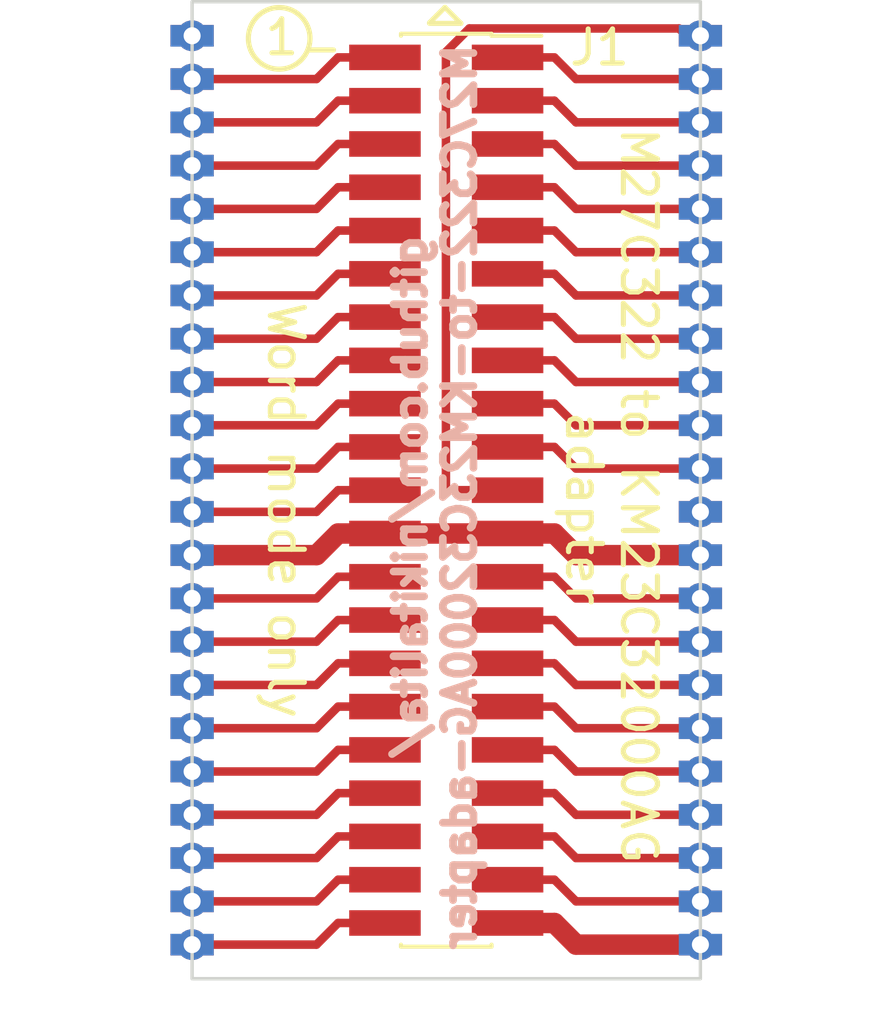
<source format=kicad_pcb>
(kicad_pcb (version 20211014) (generator pcbnew)
  (layers (0 "F.Cu" signal) (31 "B.Cu" signal) (34 "B.Paste" user) (35 "F.Paste" user) (36 "B.SilkS" user "B.Silkscreen") (37 "F.SilkS" user "F.Silkscreen") (38 "B.Mask" user) (39 "F.Mask" user) (44 "Edge.Cuts" user))
  (net 0 "")
  (net 1 "/A18")
  (net 2 "/A17")
  (net 3 "/A7")
  (net 4 "/A6")
  (net 5 "/A5")
  (net 6 "/A4")
  (net 7 "/A3")
  (net 8 "/A2")
  (net 9 "/A1")
  (net 10 "/A0")
  (net 11 "/~{CE}")
  (net 12 "/VSS")
  (net 13 "/~{OE}")
  (net 14 "/D0")
  (net 15 "/D8")
  (net 16 "/D1")
  (net 17 "/D9")
  (net 18 "/D2")
  (net 19 "/D10")
  (net 20 "/D3")
  (net 21 "/D11")
  (net 22 "/VCC")
  (net 23 "/D4")
  (net 24 "/D12")
  (net 25 "/D5")
  (net 26 "/D13")
  (net 27 "/D6")
  (net 28 "/D14")
  (net 29 "/D7")
  (net 30 "/D15")
  (net 31 "/A20")
  (net 32 "/A16")
  (net 33 "/A15")
  (net 34 "/A14")
  (net 35 "/A13")
  (net 36 "/A12")
  (net 37 "/A11")
  (net 38 "/A10")
  (net 39 "/A9")
  (net 40 "/A8")
  (net 41 "/A19")
  (footprint "lib:SOIC-44-castellatedholes" (layer "F.Cu") (at 148.82 81.67)
    (fp_text reference "U1" hide)
    (fp_text value "KM23C32000AG-adaptor")
    (pad "1" thru_hole custom (at -7.461 -13.335 180) (size 0.9064 0.9064) (drill 0.5) (property pad_prop_castellated) (layers *.Cu *.Mask) (options (clearance outline) (anchor circle)) (primitives (gr_poly (pts (xy -0.635 -0.3175) (xy -0.635 0.3175) (xy 0.635 0.3175) (xy 0.635 -0.3175)) (width 0) (fill yes))))
    (pad "2" thru_hole custom (at -7.461 -12.065 180) (size 0.9064 0.9064) (drill 0.5) (property pad_prop_castellated) (layers *.Cu *.Mask) (net 1 "/A18") (options (clearance outline) (anchor circle)) (primitives (gr_poly (pts (xy -0.635 -0.3175) (xy -0.635 0.3175) (xy 0.635 0.3175) (xy 0.635 -0.3175)) (width 0) (fill yes))))
    (pad "3" thru_hole custom (at -7.461 -10.795 180) (size 0.9064 0.9064) (drill 0.5) (property pad_prop_castellated) (layers *.Cu *.Mask) (net 2 "/A17") (options (clearance outline) (anchor circle)) (primitives (gr_poly (pts (xy -0.635 -0.3175) (xy -0.635 0.3175) (xy 0.635 0.3175) (xy 0.635 -0.3175)) (width 0) (fill yes))))
    (pad "4" thru_hole custom (at -7.461 -9.525 180) (size 0.9064 0.9064) (drill 0.5) (property pad_prop_castellated) (layers *.Cu *.Mask) (net 3 "/A7") (options (clearance outline) (anchor circle)) (primitives (gr_poly (pts (xy -0.635 -0.3175) (xy -0.635 0.3175) (xy 0.635 0.3175) (xy 0.635 -0.3175)) (width 0) (fill yes))))
    (pad "5" thru_hole custom (at -7.461 -8.255 180) (size 0.9064 0.9064) (drill 0.5) (property pad_prop_castellated) (layers *.Cu *.Mask) (net 4 "/A6") (options (clearance outline) (anchor circle)) (primitives (gr_poly (pts (xy -0.635 -0.3175) (xy -0.635 0.3175) (xy 0.635 0.3175) (xy 0.635 -0.3175)) (width 0) (fill yes))))
    (pad "6" thru_hole custom (at -7.461 -6.985 180) (size 0.9064 0.9064) (drill 0.5) (property pad_prop_castellated) (layers *.Cu *.Mask) (net 5 "/A5") (options (clearance outline) (anchor circle)) (primitives (gr_poly (pts (xy -0.635 -0.3175) (xy -0.635 0.3175) (xy 0.635 0.3175) (xy 0.635 -0.3175)) (width 0) (fill yes))))
    (pad "7" thru_hole custom (at -7.461 -5.715 180) (size 0.9064 0.9064) (drill 0.5) (property pad_prop_castellated) (layers *.Cu *.Mask) (net 6 "/A4") (options (clearance outline) (anchor circle)) (primitives (gr_poly (pts (xy -0.635 -0.3175) (xy -0.635 0.3175) (xy 0.635 0.3175) (xy 0.635 -0.3175)) (width 0) (fill yes))))
    (pad "8" thru_hole custom (at -7.461 -4.445 180) (size 0.9064 0.9064) (drill 0.5) (property pad_prop_castellated) (layers *.Cu *.Mask) (net 7 "/A3") (options (clearance outline) (anchor circle)) (primitives (gr_poly (pts (xy -0.635 -0.3175) (xy -0.635 0.3175) (xy 0.635 0.3175) (xy 0.635 -0.3175)) (width 0) (fill yes))))
    (pad "9" thru_hole custom (at -7.461 -3.175 180) (size 0.9064 0.9064) (drill 0.5) (property pad_prop_castellated) (layers *.Cu *.Mask) (net 8 "/A2") (options (clearance outline) (anchor circle)) (primitives (gr_poly (pts (xy -0.635 -0.3175) (xy -0.635 0.3175) (xy 0.635 0.3175) (xy 0.635 -0.3175)) (width 0) (fill yes))))
    (pad "10" thru_hole custom (at -7.461 -1.905 180) (size 0.9064 0.9064) (drill 0.5) (property pad_prop_castellated) (layers *.Cu *.Mask) (net 9 "/A1") (options (clearance outline) (anchor circle)) (primitives (gr_poly (pts (xy -0.635 -0.3175) (xy -0.635 0.3175) (xy 0.635 0.3175) (xy 0.635 -0.3175)) (width 0) (fill yes))))
    (pad "11" thru_hole custom (at -7.461 -0.635 180) (size 0.9064 0.9064) (drill 0.5) (property pad_prop_castellated) (layers *.Cu *.Mask) (net 10 "/A0") (options (clearance outline) (anchor circle)) (primitives (gr_poly (pts (xy -0.635 -0.3175) (xy -0.635 0.3175) (xy 0.635 0.3175) (xy 0.635 -0.3175)) (width 0) (fill yes))))
    (pad "12" thru_hole custom (at -7.461 0.635 180) (size 0.9064 0.9064) (drill 0.5) (property pad_prop_castellated) (layers *.Cu *.Mask) (net 11 "/~{CE}") (options (clearance outline) (anchor circle)) (primitives (gr_poly (pts (xy -0.635 -0.3175) (xy -0.635 0.3175) (xy 0.635 0.3175) (xy 0.635 -0.3175)) (width 0) (fill yes))))
    (pad "13" thru_hole custom (at -7.461 1.905 180) (size 0.9064 0.9064) (drill 0.5) (property pad_prop_castellated) (layers *.Cu *.Mask) (net 12 "/VSS") (options (clearance outline) (anchor circle)) (primitives (gr_poly (pts (xy -0.635 -0.3175) (xy -0.635 0.3175) (xy 0.635 0.3175) (xy 0.635 -0.3175)) (width 0) (fill yes))))
    (pad "14" thru_hole custom (at -7.461 3.175 180) (size 0.9064 0.9064) (drill 0.5) (property pad_prop_castellated) (layers *.Cu *.Mask) (net 13 "/~{OE}") (options (clearance outline) (anchor circle)) (primitives (gr_poly (pts (xy -0.635 -0.3175) (xy -0.635 0.3175) (xy 0.635 0.3175) (xy 0.635 -0.3175)) (width 0) (fill yes))))
    (pad "15" thru_hole custom (at -7.461 4.445 180) (size 0.9064 0.9064) (drill 0.5) (property pad_prop_castellated) (layers *.Cu *.Mask) (net 14 "/D0") (options (clearance outline) (anchor circle)) (primitives (gr_poly (pts (xy -0.635 -0.3175) (xy -0.635 0.3175) (xy 0.635 0.3175) (xy 0.635 -0.3175)) (width 0) (fill yes))))
    (pad "16" thru_hole custom (at -7.461 5.715 180) (size 0.9064 0.9064) (drill 0.5) (property pad_prop_castellated) (layers *.Cu *.Mask) (net 15 "/D8") (options (clearance outline) (anchor circle)) (primitives (gr_poly (pts (xy -0.635 -0.3175) (xy -0.635 0.3175) (xy 0.635 0.3175) (xy 0.635 -0.3175)) (width 0) (fill yes))))
    (pad "17" thru_hole custom (at -7.461 6.985 180) (size 0.9064 0.9064) (drill 0.5) (property pad_prop_castellated) (layers *.Cu *.Mask) (net 16 "/D1") (options (clearance outline) (anchor circle)) (primitives (gr_poly (pts (xy -0.635 -0.3175) (xy -0.635 0.3175) (xy 0.635 0.3175) (xy 0.635 -0.3175)) (width 0) (fill yes))))
    (pad "18" thru_hole custom (at -7.461 8.255 180) (size 0.9064 0.9064) (drill 0.5) (property pad_prop_castellated) (layers *.Cu *.Mask) (net 17 "/D9") (options (clearance outline) (anchor circle)) (primitives (gr_poly (pts (xy -0.635 -0.3175) (xy -0.635 0.3175) (xy 0.635 0.3175) (xy 0.635 -0.3175)) (width 0) (fill yes))))
    (pad "19" thru_hole custom (at -7.461 9.525 180) (size 0.9064 0.9064) (drill 0.5) (property pad_prop_castellated) (layers *.Cu *.Mask) (net 18 "/D2") (options (clearance outline) (anchor circle)) (primitives (gr_poly (pts (xy -0.635 -0.3175) (xy -0.635 0.3175) (xy 0.635 0.3175) (xy 0.635 -0.3175)) (width 0) (fill yes))))
    (pad "20" thru_hole custom (at -7.461 10.795 180) (size 0.9064 0.9064) (drill 0.5) (property pad_prop_castellated) (layers *.Cu *.Mask) (net 19 "/D10") (options (clearance outline) (anchor circle)) (primitives (gr_poly (pts (xy -0.635 -0.3175) (xy -0.635 0.3175) (xy 0.635 0.3175) (xy 0.635 -0.3175)) (width 0) (fill yes))))
    (pad "21" thru_hole custom (at -7.461 12.065 180) (size 0.9064 0.9064) (drill 0.5) (property pad_prop_castellated) (layers *.Cu *.Mask) (net 20 "/D3") (options (clearance outline) (anchor circle)) (primitives (gr_poly (pts (xy -0.635 -0.3175) (xy -0.635 0.3175) (xy 0.635 0.3175) (xy 0.635 -0.3175)) (width 0) (fill yes))))
    (pad "22" thru_hole custom (at -7.461 13.335 180) (size 0.9064 0.9064) (drill 0.5) (property pad_prop_castellated) (layers *.Cu *.Mask) (net 21 "/D11") (options (clearance outline) (anchor circle)) (primitives (gr_poly (pts (xy -0.635 -0.3175) (xy -0.635 0.3175) (xy 0.635 0.3175) (xy 0.635 -0.3175)) (width 0) (fill yes))))
    (pad "23" thru_hole custom (at 7.4615 13.335 180) (size 0.9064 0.9064) (drill 0.5) (property pad_prop_castellated) (layers *.Cu *.Mask) (net 22 "/VCC") (options (clearance outline) (anchor circle)) (primitives (gr_poly (pts (xy -0.635 -0.3175) (xy -0.635 0.3175) (xy 0.635 0.3175) (xy 0.635 -0.3175)) (width 0) (fill yes))))
    (pad "24" thru_hole custom (at 7.4615 12.065 180) (size 0.9064 0.9064) (drill 0.5) (property pad_prop_castellated) (layers *.Cu *.Mask) (net 23 "/D4") (options (clearance outline) (anchor circle)) (primitives (gr_poly (pts (xy -0.635 -0.3175) (xy -0.635 0.3175) (xy 0.635 0.3175) (xy 0.635 -0.3175)) (width 0) (fill yes))))
    (pad "25" thru_hole custom (at 7.4615 10.795 180) (size 0.9064 0.9064) (drill 0.5) (property pad_prop_castellated) (layers *.Cu *.Mask) (net 24 "/D12") (options (clearance outline) (anchor circle)) (primitives (gr_poly (pts (xy -0.635 -0.3175) (xy -0.635 0.3175) (xy 0.635 0.3175) (xy 0.635 -0.3175)) (width 0) (fill yes))))
    (pad "26" thru_hole custom (at 7.4615 9.525 180) (size 0.9064 0.9064) (drill 0.5) (property pad_prop_castellated) (layers *.Cu *.Mask) (net 25 "/D5") (options (clearance outline) (anchor circle)) (primitives (gr_poly (pts (xy -0.635 -0.3175) (xy -0.635 0.3175) (xy 0.635 0.3175) (xy 0.635 -0.3175)) (width 0) (fill yes))))
    (pad "27" thru_hole custom (at 7.4615 8.255 180) (size 0.9064 0.9064) (drill 0.5) (property pad_prop_castellated) (layers *.Cu *.Mask) (net 26 "/D13") (options (clearance outline) (anchor circle)) (primitives (gr_poly (pts (xy -0.635 -0.3175) (xy -0.635 0.3175) (xy 0.635 0.3175) (xy 0.635 -0.3175)) (width 0) (fill yes))))
    (pad "28" thru_hole custom (at 7.4615 6.985 180) (size 0.9064 0.9064) (drill 0.5) (property pad_prop_castellated) (layers *.Cu *.Mask) (net 27 "/D6") (options (clearance outline) (anchor circle)) (primitives (gr_poly (pts (xy -0.635 -0.3175) (xy -0.635 0.3175) (xy 0.635 0.3175) (xy 0.635 -0.3175)) (width 0) (fill yes))))
    (pad "29" thru_hole custom (at 7.4615 5.715 180) (size 0.9064 0.9064) (drill 0.5) (property pad_prop_castellated) (layers *.Cu *.Mask) (net 28 "/D14") (options (clearance outline) (anchor circle)) (primitives (gr_poly (pts (xy -0.635 -0.3175) (xy -0.635 0.3175) (xy 0.635 0.3175) (xy 0.635 -0.3175)) (width 0) (fill yes))))
    (pad "30" thru_hole custom (at 7.4615 4.445 180) (size 0.9064 0.9064) (drill 0.5) (property pad_prop_castellated) (layers *.Cu *.Mask) (net 29 "/D7") (options (clearance outline) (anchor circle)) (primitives (gr_poly (pts (xy -0.635 -0.3175) (xy -0.635 0.3175) (xy 0.635 0.3175) (xy 0.635 -0.3175)) (width 0) (fill yes))))
    (pad "31" thru_hole custom (at 7.4615 3.175 180) (size 0.9064 0.9064) (drill 0.5) (property pad_prop_castellated) (layers *.Cu *.Mask) (net 30 "/D15") (options (clearance outline) (anchor circle)) (primitives (gr_poly (pts (xy -0.635 -0.3175) (xy -0.635 0.3175) (xy 0.635 0.3175) (xy 0.635 -0.3175)) (width 0) (fill yes))))
    (pad "32" thru_hole custom (at 7.4615 1.905 180) (size 0.9064 0.9064) (drill 0.5) (property pad_prop_castellated) (layers *.Cu *.Mask) (net 12 "/VSS") (options (clearance outline) (anchor circle)) (primitives (gr_poly (pts (xy -0.635 -0.3175) (xy -0.635 0.3175) (xy 0.635 0.3175) (xy 0.635 -0.3175)) (width 0) (fill yes))))
    (pad "33" thru_hole custom (at 7.4615 0.635 180) (size 0.9064 0.9064) (drill 0.5) (property pad_prop_castellated) (layers *.Cu *.Mask) (options (clearance outline) (anchor circle)) (primitives (gr_poly (pts (xy -0.635 -0.3175) (xy -0.635 0.3175) (xy 0.635 0.3175) (xy 0.635 -0.3175)) (width 0) (fill yes))))
    (pad "34" thru_hole custom (at 7.4615 -0.635 180) (size 0.9064 0.9064) (drill 0.5) (property pad_prop_castellated) (layers *.Cu *.Mask) (net 32 "/A16") (options (clearance outline) (anchor circle)) (primitives (gr_poly (pts (xy -0.635 -0.3175) (xy -0.635 0.3175) (xy 0.635 0.3175) (xy 0.635 -0.3175)) (width 0) (fill yes))))
    (pad "35" thru_hole custom (at 7.4615 -1.905 180) (size 0.9064 0.9064) (drill 0.5) (property pad_prop_castellated) (layers *.Cu *.Mask) (net 33 "/A15") (options (clearance outline) (anchor circle)) (primitives (gr_poly (pts (xy -0.635 -0.3175) (xy -0.635 0.3175) (xy 0.635 0.3175) (xy 0.635 -0.3175)) (width 0) (fill yes))))
    (pad "36" thru_hole custom (at 7.4615 -3.175 180) (size 0.9064 0.9064) (drill 0.5) (property pad_prop_castellated) (layers *.Cu *.Mask) (net 34 "/A14") (options (clearance outline) (anchor circle)) (primitives (gr_poly (pts (xy -0.635 -0.3175) (xy -0.635 0.3175) (xy 0.635 0.3175) (xy 0.635 -0.3175)) (width 0) (fill yes))))
    (pad "37" thru_hole custom (at 7.4615 -4.445 180) (size 0.9064 0.9064) (drill 0.5) (property pad_prop_castellated) (layers *.Cu *.Mask) (net 35 "/A13") (options (clearance outline) (anchor circle)) (primitives (gr_poly (pts (xy -0.635 -0.3175) (xy -0.635 0.3175) (xy 0.635 0.3175) (xy 0.635 -0.3175)) (width 0) (fill yes))))
    (pad "38" thru_hole custom (at 7.4615 -5.715 180) (size 0.9064 0.9064) (drill 0.5) (property pad_prop_castellated) (layers *.Cu *.Mask) (net 36 "/A12") (options (clearance outline) (anchor circle)) (primitives (gr_poly (pts (xy -0.635 -0.3175) (xy -0.635 0.3175) (xy 0.635 0.3175) (xy 0.635 -0.3175)) (width 0) (fill yes))))
    (pad "39" thru_hole custom (at 7.4615 -6.985 180) (size 0.9064 0.9064) (drill 0.5) (property pad_prop_castellated) (layers *.Cu *.Mask) (net 37 "/A11") (options (clearance outline) (anchor circle)) (primitives (gr_poly (pts (xy -0.635 -0.3175) (xy -0.635 0.3175) (xy 0.635 0.3175) (xy 0.635 -0.3175)) (width 0) (fill yes))))
    (pad "40" thru_hole custom (at 7.4615 -8.255 180) (size 0.9064 0.9064) (drill 0.5) (property pad_prop_castellated) (layers *.Cu *.Mask) (net 38 "/A10") (options (clearance outline) (anchor circle)) (primitives (gr_poly (pts (xy -0.635 -0.3175) (xy -0.635 0.3175) (xy 0.635 0.3175) (xy 0.635 -0.3175)) (width 0) (fill yes))))
    (pad "41" thru_hole custom (at 7.4615 -9.525 180) (size 0.9064 0.9064) (drill 0.5) (property pad_prop_castellated) (layers *.Cu *.Mask) (net 39 "/A9") (options (clearance outline) (anchor circle)) (primitives (gr_poly (pts (xy -0.635 -0.3175) (xy -0.635 0.3175) (xy 0.635 0.3175) (xy 0.635 -0.3175)) (width 0) (fill yes))))
    (pad "42" thru_hole custom (at 7.4615 -10.795 180) (size 0.9064 0.9064) (drill 0.5) (property pad_prop_castellated) (layers *.Cu *.Mask) (net 40 "/A8") (options (clearance outline) (anchor circle)) (primitives (gr_poly (pts (xy -0.635 -0.3175) (xy -0.635 0.3175) (xy 0.635 0.3175) (xy 0.635 -0.3175)) (width 0) (fill yes))))
    (pad "43" thru_hole custom (at 7.4615 -12.065 180) (size 0.9064 0.9064) (drill 0.5) (property pad_prop_castellated) (layers *.Cu *.Mask) (net 41 "/A19") (options (clearance outline) (anchor circle)) (primitives (gr_poly (pts (xy -0.635 -0.3175) (xy -0.635 0.3175) (xy 0.635 0.3175) (xy 0.635 -0.3175)) (width 0) (fill yes))))
    (pad "44" thru_hole custom (at 7.4615 -13.335 180) (size 0.9064 0.9064) (drill 0.5) (property pad_prop_castellated) (layers *.Cu *.Mask) (net 31 "/A20") (options (clearance outline) (anchor circle)) (primitives (gr_poly (pts (xy -0.635 -0.3175) (xy -0.635 0.3175) (xy 0.635 0.3175) (xy 0.635 -0.3175)) (width 0) (fill yes))))
  )
  (footprint "lib:PinSocket_2x21_P1.27mm_Vertical_SMD_counterclockwise" (layer "F.Cu") (at 148.82 81.67)
    (fp_text reference "J1" (at 4.5 -12.99) (layer "F.SilkS"))
    (fp_text value "PinSocket_2x21_P1.27mm_Vertical")
    (fp_line (start 1.33 13.335) (end 1.33 13.395) (layer "F.SilkS") (width 0.12))
    (fp_line (start -1.33 -13.395) (end -1.33 -13.335) (layer "F.SilkS") (width 0.12))
    (fp_line (start -1.33 -13.395) (end 1.33 -13.395) (layer "F.SilkS") (width 0.12))
    (fp_line (start 1.33 -13.395) (end 1.33 -13.335) (layer "F.SilkS") (width 0.12))
    (fp_line (start -1.33 13.335) (end -1.33 13.395) (layer "F.SilkS") (width 0.12))
    (fp_line (start -1.33 13.395) (end 1.33 13.395) (layer "F.SilkS") (width 0.12))
    (fp_line (start 1.33 -13.335) (end 2.79 -13.335) (layer "F.SilkS") (width 0.12))
    (pad "1" smd rect (at -1.8 -12.7) (size 2.1 0.75) (layers "F.Cu" "F.Paste" "F.Mask") (net 1 "/A18"))
    (pad "2" smd rect (at -1.8 -11.43) (size 2.1 0.75) (layers "F.Cu" "F.Paste" "F.Mask") (net 2 "/A17"))
    (pad "3" smd rect (at -1.8 -10.16) (size 2.1 0.75) (layers "F.Cu" "F.Paste" "F.Mask") (net 3 "/A7"))
    (pad "4" smd rect (at -1.8 -8.89) (size 2.1 0.75) (layers "F.Cu" "F.Paste" "F.Mask") (net 4 "/A6"))
    (pad "5" smd rect (at -1.8 -7.62) (size 2.1 0.75) (layers "F.Cu" "F.Paste" "F.Mask") (net 5 "/A5"))
    (pad "6" smd rect (at -1.8 -6.35) (size 2.1 0.75) (layers "F.Cu" "F.Paste" "F.Mask") (net 6 "/A4"))
    (pad "7" smd rect (at -1.8 -5.08) (size 2.1 0.75) (layers "F.Cu" "F.Paste" "F.Mask") (net 7 "/A3"))
    (pad "8" smd rect (at -1.8 -3.81) (size 2.1 0.75) (layers "F.Cu" "F.Paste" "F.Mask") (net 8 "/A2"))
    (pad "9" smd rect (at -1.8 -2.54) (size 2.1 0.75) (layers "F.Cu" "F.Paste" "F.Mask") (net 9 "/A1"))
    (pad "10" smd rect (at -1.8 -1.27) (size 2.1 0.75) (layers "F.Cu" "F.Paste" "F.Mask") (net 10 "/A0"))
    (pad "11" smd rect (at -1.8 0) (size 2.1 0.75) (layers "F.Cu" "F.Paste" "F.Mask") (net 11 "/~{CE}"))
    (pad "12" smd rect (at -1.8 1.27) (size 2.1 0.75) (layers "F.Cu" "F.Paste" "F.Mask") (net 12 "/VSS"))
    (pad "13" smd rect (at -1.8 2.54) (size 2.1 0.75) (layers "F.Cu" "F.Paste" "F.Mask") (net 13 "/~{OE}"))
    (pad "14" smd rect (at -1.8 3.81) (size 2.1 0.75) (layers "F.Cu" "F.Paste" "F.Mask") (net 14 "/D0"))
    (pad "15" smd rect (at -1.8 5.08) (size 2.1 0.75) (layers "F.Cu" "F.Paste" "F.Mask") (net 15 "/D8"))
    (pad "16" smd rect (at -1.8 6.35) (size 2.1 0.75) (layers "F.Cu" "F.Paste" "F.Mask") (net 16 "/D1"))
    (pad "17" smd rect (at -1.8 7.62) (size 2.1 0.75) (layers "F.Cu" "F.Paste" "F.Mask") (net 17 "/D9"))
    (pad "18" smd rect (at -1.8 8.89) (size 2.1 0.75) (layers "F.Cu" "F.Paste" "F.Mask") (net 18 "/D2"))
    (pad "19" smd rect (at -1.8 10.16) (size 2.1 0.75) (layers "F.Cu" "F.Paste" "F.Mask") (net 19 "/D10"))
    (pad "20" smd rect (at -1.8 11.43) (size 2.1 0.75) (layers "F.Cu" "F.Paste" "F.Mask") (net 20 "/D3"))
    (pad "21" smd rect (at -1.8 12.7) (size 2.1 0.75) (layers "F.Cu" "F.Paste" "F.Mask") (net 21 "/D11"))
    (pad "22" smd rect (at 1.8 12.7) (size 2.1 0.75) (layers "F.Cu" "F.Paste" "F.Mask") (net 22 "/VCC"))
    (pad "23" smd rect (at 1.8 11.43) (size 2.1 0.75) (layers "F.Cu" "F.Paste" "F.Mask") (net 23 "/D4"))
    (pad "24" smd rect (at 1.8 10.16) (size 2.1 0.75) (layers "F.Cu" "F.Paste" "F.Mask") (net 24 "/D12"))
    (pad "25" smd rect (at 1.8 8.89) (size 2.1 0.75) (layers "F.Cu" "F.Paste" "F.Mask") (net 25 "/D5"))
    (pad "26" smd rect (at 1.8 7.62) (size 2.1 0.75) (layers "F.Cu" "F.Paste" "F.Mask") (net 26 "/D13"))
    (pad "27" smd rect (at 1.8 6.35) (size 2.1 0.75) (layers "F.Cu" "F.Paste" "F.Mask") (net 27 "/D6"))
    (pad "28" smd rect (at 1.8 5.08) (size 2.1 0.75) (layers "F.Cu" "F.Paste" "F.Mask") (net 28 "/D14"))
    (pad "29" smd rect (at 1.8 3.81) (size 2.1 0.75) (layers "F.Cu" "F.Paste" "F.Mask") (net 29 "/D7"))
    (pad "30" smd rect (at 1.8 2.54) (size 2.1 0.75) (layers "F.Cu" "F.Paste" "F.Mask") (net 30 "/D15"))
    (pad "31" smd rect (at 1.8 1.27) (size 2.1 0.75) (layers "F.Cu" "F.Paste" "F.Mask") (net 12 "/VSS"))
    (pad "32" smd rect (at 1.8 0) (size 2.1 0.75) (layers "F.Cu" "F.Paste" "F.Mask") (net 31 "/A20"))
    (pad "33" smd rect (at 1.8 -1.27) (size 2.1 0.75) (layers "F.Cu" "F.Paste" "F.Mask") (net 32 "/A16"))
    (pad "34" smd rect (at 1.8 -2.54) (size 2.1 0.75) (layers "F.Cu" "F.Paste" "F.Mask") (net 33 "/A15"))
    (pad "35" smd rect (at 1.8 -3.81) (size 2.1 0.75) (layers "F.Cu" "F.Paste" "F.Mask") (net 34 "/A14"))
    (pad "36" smd rect (at 1.8 -5.08) (size 2.1 0.75) (layers "F.Cu" "F.Paste" "F.Mask") (net 35 "/A13"))
    (pad "37" smd rect (at 1.8 -6.35) (size 2.1 0.75) (layers "F.Cu" "F.Paste" "F.Mask") (net 36 "/A12"))
    (pad "38" smd rect (at 1.8 -7.62) (size 2.1 0.75) (layers "F.Cu" "F.Paste" "F.Mask") (net 37 "/A11"))
    (pad "39" smd rect (at 1.8 -8.89) (size 2.1 0.75) (layers "F.Cu" "F.Paste" "F.Mask") (net 38 "/A10"))
    (pad "40" smd rect (at 1.8 -10.16) (size 2.1 0.75) (layers "F.Cu" "F.Paste" "F.Mask") (net 39 "/A9"))
    (pad "41" smd rect (at 1.8 -11.43) (size 2.1 0.75) (layers "F.Cu" "F.Paste" "F.Mask") (net 40 "/A8"))
    (pad "42" smd rect (at 1.8 -12.7) (size 2.1 0.75) (layers "F.Cu" "F.Paste" "F.Mask") (net 41 "/A19"))
  )
  (gr_line (start 149.25 67.97) (end 148.33 67.97) (layer "F.SilkS") (width 0.15))
  (gr_line (start 148.78 67.5) (end 149.25 67.97) (layer "F.SilkS") (width 0.15))
  (gr_circle (center 143.914904 68.41) (end 144.554904 69.05) (layer "F.SilkS") (width 0.15) (fill none))
  (gr_line (start 144.79 68.75) (end 145.51 68.75) (layer "F.SilkS") (width 0.15))
  (gr_line (start 148.33 67.95) (end 148.78 67.5) (layer "F.SilkS") (width 0.15))
  (gr_rect (start 141.359 67.335) (end 156.2815 96.005) (layer "Edge.Cuts") (width 0.1) (fill none))
  (gr_text "github.com/nikitalita/\nM27C322-to-KM23C32000AG-adapter\n" (at 148.49 81.87 -270) (layer "B.SilkS") (effects (font (size 0.9 0.9) (thickness 0.225)) (justify mirror)))
  (gr_text "M27C322 to KM23C32000AG \nadapter\n" (at 153.67 82.21 270) (layer "F.SilkS") (effects (font (size 1 1))))
  (gr_text "Word mode only\n" (at 144.11 82.26 270) (layer "F.SilkS") (effects (font (size 1 1))))
  (gr_text "1" (at 143.99 68.38) (layer "F.SilkS") (effects (font (size 1 1))))
  (segment (start 145.6449 68.97) (end 145.0099 69.605) (width 0.25) (layer "F.Cu") (net 1))
  (segment (start 145.0099 69.605) (end 141.359 69.605) (width 0.25) (layer "F.Cu") (net 1))
  (segment (start 147.02 68.97) (end 145.6449 68.97) (width 0.25) (layer "F.Cu") (net 1))
  (segment (start 145.6449 70.24) (end 145.0099 70.875) (width 0.25) (layer "F.Cu") (net 2))
  (segment (start 145.0099 70.875) (end 141.359 70.875) (width 0.25) (layer "F.Cu") (net 2))
  (segment (start 147.02 70.24) (end 145.6449 70.24) (width 0.25) (layer "F.Cu") (net 2))
  (segment (start 145.6449 71.51) (end 145.0099 72.145) (width 0.25) (layer "F.Cu") (net 3))
  (segment (start 147.02 71.51) (end 145.6449 71.51) (width 0.25) (layer "F.Cu") (net 3))
  (segment (start 145.0099 72.145) (end 141.359 72.145) (width 0.25) (layer "F.Cu") (net 3))
  (segment (start 145.0099 73.415) (end 141.359 73.415) (width 0.25) (layer "F.Cu") (net 4))
  (segment (start 145.6449 72.78) (end 145.0099 73.415) (width 0.25) (layer "F.Cu") (net 4))
  (segment (start 147.02 72.78) (end 145.6449 72.78) (width 0.25) (layer "F.Cu") (net 4))
  (segment (start 145.0099 74.685) (end 141.359 74.685) (width 0.25) (layer "F.Cu") (net 5))
  (segment (start 145.6449 74.05) (end 145.0099 74.685) (width 0.25) (layer "F.Cu") (net 5))
  (segment (start 147.02 74.05) (end 145.6449 74.05) (width 0.25) (layer "F.Cu") (net 5))
  (segment (start 145.6449 75.32) (end 145.0099 75.955) (width 0.25) (layer "F.Cu") (net 6))
  (segment (start 145.0099 75.955) (end 141.359 75.955) (width 0.25) (layer "F.Cu") (net 6))
  (segment (start 147.02 75.32) (end 145.6449 75.32) (width 0.25) (layer "F.Cu") (net 6))
  (segment (start 145.6449 76.59) (end 145.0099 77.225) (width 0.25) (layer "F.Cu") (net 7))
  (segment (start 147.02 76.59) (end 145.6449 76.59) (width 0.25) (layer "F.Cu") (net 7))
  (segment (start 145.0099 77.225) (end 141.359 77.225) (width 0.25) (layer "F.Cu") (net 7))
  (segment (start 145.6449 77.86) (end 145.0099 78.495) (width 0.25) (layer "F.Cu") (net 8))
  (segment (start 145.0099 78.495) (end 141.359 78.495) (width 0.25) (layer "F.Cu") (net 8))
  (segment (start 147.02 77.86) (end 145.6449 77.86) (width 0.25) (layer "F.Cu") (net 8))
  (segment (start 147.02 79.13) (end 145.6449 79.13) (width 0.25) (layer "F.Cu") (net 9))
  (segment (start 145.0099 79.765) (end 141.359 79.765) (width 0.25) (layer "F.Cu") (net 9))
  (segment (start 145.6449 79.13) (end 145.0099 79.765) (width 0.25) (layer "F.Cu") (net 9))
  (segment (start 147.02 80.4) (end 145.6449 80.4) (width 0.25) (layer "F.Cu") (net 10))
  (segment (start 145.0099 81.035) (end 141.359 81.035) (width 0.25) (layer "F.Cu") (net 10))
  (segment (start 145.6449 80.4) (end 145.0099 81.035) (width 0.25) (layer "F.Cu") (net 10))
  (segment (start 145.0099 82.305) (end 141.359 82.305) (width 0.25) (layer "F.Cu") (net 11))
  (segment (start 147.02 81.67) (end 145.6449 81.67) (width 0.25) (layer "F.Cu") (net 11))
  (segment (start 145.6449 81.67) (end 145.0099 82.305) (width 0.25) (layer "F.Cu") (net 11))
  (segment (start 151.9951 82.94) (end 152.6301 83.575) (width 0.6) (layer "F.Cu") (net 12))
  (segment (start 145.0099 83.575) (end 142 83.575) (width 0.6) (layer "F.Cu") (net 12))
  (segment (start 150.62 82.94) (end 151.9951 82.94) (width 0.6) (layer "F.Cu") (net 12))
  (segment (start 150.62 82.94) (end 147.02 82.94) (width 0.6) (layer "F.Cu") (net 12))
  (segment (start 145.6449 82.94) (end 145.0099 83.575) (width 0.6) (layer "F.Cu") (net 12))
  (segment (start 147.02 82.94) (end 145.6449 82.94) (width 0.6) (layer "F.Cu") (net 12))
  (segment (start 152.6301 83.575) (end 155.65 83.575) (width 0.6) (layer "F.Cu") (net 12))
  (segment (start 145.0099 84.845) (end 141.359 84.845) (width 0.25) (layer "F.Cu") (net 13))
  (segment (start 147.02 84.21) (end 145.6449 84.21) (width 0.25) (layer "F.Cu") (net 13))
  (segment (start 145.6449 84.21) (end 145.0099 84.845) (width 0.25) (layer "F.Cu") (net 13))
  (segment (start 147.02 85.48) (end 145.6449 85.48) (width 0.25) (layer "F.Cu") (net 14))
  (segment (start 145.6449 85.48) (end 145.0099 86.115) (width 0.25) (layer "F.Cu") (net 14))
  (segment (start 145.0099 86.115) (end 141.359 86.115) (width 0.25) (layer "F.Cu") (net 14))
  (segment (start 145.6449 86.75) (end 145.0099 87.385) (width 0.25) (layer "F.Cu") (net 15))
  (segment (start 147.02 86.75) (end 145.6449 86.75) (width 0.25) (layer "F.Cu") (net 15))
  (segment (start 145.0099 87.385) (end 141.359 87.385) (width 0.25) (layer "F.Cu") (net 15))
  (segment (start 145.0099 88.655) (end 141.359 88.655) (width 0.25) (layer "F.Cu") (net 16))
  (segment (start 147.02 88.02) (end 145.6449 88.02) (width 0.25) (layer "F.Cu") (net 16))
  (segment (start 145.6449 88.02) (end 145.0099 88.655) (width 0.25) (layer "F.Cu") (net 16))
  (segment (start 147.02 89.29) (end 145.6449 89.29) (width 0.25) (layer "F.Cu") (net 17))
  (segment (start 145.0099 89.925) (end 141.359 89.925) (width 0.25) (layer "F.Cu") (net 17))
  (segment (start 145.6449 89.29) (end 145.0099 89.925) (width 0.25) (layer "F.Cu") (net 17))
  (segment (start 145.6449 90.56) (end 145.0099 91.195) (width 0.25) (layer "F.Cu") (net 18))
  (segment (start 145.0099 91.195) (end 141.359 91.195) (width 0.25) (layer "F.Cu") (net 18))
  (segment (start 147.02 90.56) (end 145.6449 90.56) (width 0.25) (layer "F.Cu") (net 18))
  (segment (start 145.0099 92.465) (end 141.359 92.465) (width 0.25) (layer "F.Cu") (net 19))
  (segment (start 145.6449 91.83) (end 145.0099 92.465) (width 0.25) (layer "F.Cu") (net 19))
  (segment (start 147.02 91.83) (end 145.6449 91.83) (width 0.25) (layer "F.Cu") (net 19))
  (segment (start 145.6449 93.1) (end 145.0099 93.735) (width 0.25) (layer "F.Cu") (net 20))
  (segment (start 147.02 93.1) (end 145.6449 93.1) (width 0.25) (layer "F.Cu") (net 20))
  (segment (start 145.0099 93.735) (end 141.359 93.735) (width 0.25) (layer "F.Cu") (net 20))
  (segment (start 147.02 94.37) (end 145.6449 94.37) (width 0.25) (layer "F.Cu") (net 21))
  (segment (start 145.6449 94.37) (end 145.0099 95.005) (width 0.25) (layer "F.Cu") (net 21))
  (segment (start 145.0099 95.005) (end 141.359 95.005) (width 0.25) (layer "F.Cu") (net 21))
  (segment (start 152.6301 95.005) (end 156.2815 95.005) (width 0.6) (layer "F.Cu") (net 22))
  (segment (start 150.62 94.37) (end 151.9951 94.37) (width 0.6) (layer "F.Cu") (net 22))
  (segment (start 151.9951 94.37) (end 152.6301 95.005) (width 0.6) (layer "F.Cu") (net 22))
  (segment (start 152.6301 93.735) (end 156.2815 93.735) (width 0.25) (layer "F.Cu") (net 23))
  (segment (start 150.62 93.1) (end 151.9951 93.1) (width 0.25) (layer "F.Cu") (net 23))
  (segment (start 151.9951 93.1) (end 152.6301 93.735) (width 0.25) (layer "F.Cu") (net 23))
  (segment (start 150.62 91.83) (end 151.9951 91.83) (width 0.25) (layer "F.Cu") (net 24))
  (segment (start 152.6301 92.465) (end 156.2815 92.465) (width 0.25) (layer "F.Cu") (net 24))
  (segment (start 151.9951 91.83) (end 152.6301 92.465) (width 0.25) (layer "F.Cu") (net 24))
  (segment (start 152.6301 91.195) (end 156.2815 91.195) (width 0.25) (layer "F.Cu") (net 25))
  (segment (start 151.9951 90.56) (end 152.6301 91.195) (width 0.25) (layer "F.Cu") (net 25))
  (segment (start 150.62 90.56) (end 151.9951 90.56) (width 0.25) (layer "F.Cu") (net 25))
  (segment (start 151.9951 89.29) (end 152.6301 89.925) (width 0.25) (layer "F.Cu") (net 26))
  (segment (start 152.6301 89.925) (end 156.2815 89.925) (width 0.25) (layer "F.Cu") (net 26))
  (segment (start 150.62 89.29) (end 151.9951 89.29) (width 0.25) (layer "F.Cu") (net 26))
  (segment (start 152.6301 88.655) (end 156.2815 88.655) (width 0.25) (layer "F.Cu") (net 27))
  (segment (start 151.9951 88.02) (end 152.6301 88.655) (width 0.25) (layer "F.Cu") (net 27))
  (segment (start 150.62 88.02) (end 151.9951 88.02) (width 0.25) (layer "F.Cu") (net 27))
  (segment (start 151.9951 86.75) (end 152.6301 87.385) (width 0.25) (layer "F.Cu") (net 28))
  (segment (start 150.62 86.75) (end 151.9951 86.75) (width 0.25) (layer "F.Cu") (net 28))
  (segment (start 152.6301 87.385) (end 156.2815 87.385) (width 0.25) (layer "F.Cu") (net 28))
  (segment (start 152.6301 86.115) (end 156.2815 86.115) (width 0.25) (layer "F.Cu") (net 29))
  (segment (start 150.62 85.48) (end 151.9951 85.48) (width 0.25) (layer "F.Cu") (net 29))
  (segment (start 151.9951 85.48) (end 152.6301 86.115) (width 0.25) (layer "F.Cu") (net 29))
  (segment (start 150.62 84.21) (end 151.9951 84.21) (width 0.25) (layer "F.Cu") (net 30))
  (segment (start 152.6301 84.845) (end 156.2815 84.845) (width 0.25) (layer "F.Cu") (net 30))
  (segment (start 151.9951 84.21) (end 152.6301 84.845) (width 0.25) (layer "F.Cu") (net 30))
  (segment (start 150.62 81.67) (end 148.81 81.67) (width 0.25) (layer "F.Cu") (net 31))
  (segment (start 155.655 68.12) (end 155.875 68.34) (width 0.25) (layer "F.Cu") (net 31))
  (segment (start 149.4977 68.12) (end 155.655 68.12) (width 0.25) (layer "F.Cu") (net 31))
  (segment (start 148.81 81.67) (end 148.81 68.8077) (width 0.25) (layer "F.Cu") (net 31))
  (segment (start 148.81 68.8077) (end 149.4977 68.12) (width 0.25) (layer "F.Cu") (net 31))
  (segment (start 150.62 80.4) (end 151.9951 80.4) (width 0.25) (layer "F.Cu") (net 32))
  (segment (start 151.9951 80.4) (end 152.6301 81.035) (width 0.25) (layer "F.Cu") (net 32))
  (segment (start 152.6301 81.035) (end 156.2815 81.035) (width 0.25) (layer "F.Cu") (net 32))
  (segment (start 152.6301 79.765) (end 156.2815 79.765) (width 0.25) (layer "F.Cu") (net 33))
  (segment (start 151.9951 79.13) (end 152.6301 79.765) (width 0.25) (layer "F.Cu") (net 33))
  (segment (start 150.62 79.13) (end 151.9951 79.13) (width 0.25) (layer "F.Cu") (net 33))
  (segment (start 150.62 77.86) (end 151.9951 77.86) (width 0.25) (layer "F.Cu") (net 34))
  (segment (start 152.6301 78.495) (end 156.2815 78.495) (width 0.25) (layer "F.Cu") (net 34))
  (segment (start 151.9951 77.86) (end 152.6301 78.495) (width 0.25) (layer "F.Cu") (net 34))
  (segment (start 150.62 76.59) (end 151.9951 76.59) (width 0.25) (layer "F.Cu") (net 35))
  (segment (start 151.9951 76.59) (end 152.6301 77.225) (width 0.25) (layer "F.Cu") (net 35))
  (segment (start 152.6301 77.225) (end 156.2815 77.225) (width 0.25) (layer "F.Cu") (net 35))
  (segment (start 151.9951 75.32) (end 152.6301 75.955) (width 0.25) (layer "F.Cu") (net 36))
  (segment (start 150.62 75.32) (end 151.9951 75.32) (width 0.25) (layer "F.Cu") (net 36))
  (segment (start 152.6301 75.955) (end 156.2815 75.955) (width 0.25) (layer "F.Cu") (net 36))
  (segment (start 150.62 74.05) (end 151.9951 74.05) (width 0.25) (layer "F.Cu") (net 37))
  (segment (start 151.9951 74.05) (end 152.6301 74.685) (width 0.25) (layer "F.Cu") (net 37))
  (segment (start 152.6301 74.685) (end 156.2815 74.685) (width 0.25) (layer "F.Cu") (net 37))
  (segment (start 150.62 72.78) (end 151.9951 72.78) (width 0.25) (layer "F.Cu") (net 38))
  (segment (start 152.6301 73.415) (end 156.2815 73.415) (width 0.25) (layer "F.Cu") (net 38))
  (segment (start 151.9951 72.78) (end 152.6301 73.415) (width 0.25) (layer "F.Cu") (net 38))
  (segment (start 151.9951 71.51) (end 152.6301 72.145) (width 0.25) (layer "F.Cu") (net 39))
  (segment (start 152.6301 72.145) (end 156.2815 72.145) (width 0.25) (layer "F.Cu") (net 39))
  (segment (start 150.62 71.51) (end 151.9951 71.51) (width 0.25) (layer "F.Cu") (net 39))
  (segment (start 151.9951 70.24) (end 152.6301 70.875) (width 0.25) (layer "F.Cu") (net 40))
  (segment (start 150.62 70.24) (end 151.9951 70.24) (width 0.25) (layer "F.Cu") (net 40))
  (segment (start 152.6301 70.875) (end 156.2815 70.875) (width 0.25) (layer "F.Cu") (net 40))
  (segment (start 152.6301 69.605) (end 156.2815 69.605) (width 0.25) (layer "F.Cu") (net 41))
  (segment (start 150.62 68.97) (end 151.9951 68.97) (width 0.25) (layer "F.Cu") (net 41))
  (segment (start 151.9951 68.97) (end 152.6301 69.605) (width 0.25) (layer "F.Cu") (net 41))
)
</source>
